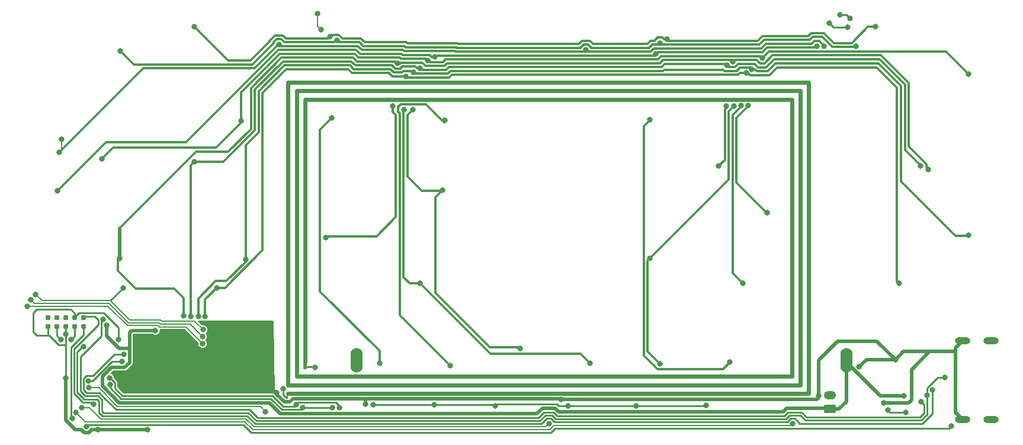
<source format=gbr>
%TF.GenerationSoftware,KiCad,Pcbnew,8.0.7*%
%TF.CreationDate,2025-03-23T00:34:43-04:00*%
%TF.ProjectId,Scoreboard,53636f72-6562-46f6-9172-642e6b696361,rev?*%
%TF.SameCoordinates,Original*%
%TF.FileFunction,Copper,L2,Bot*%
%TF.FilePolarity,Positive*%
%FSLAX46Y46*%
G04 Gerber Fmt 4.6, Leading zero omitted, Abs format (unit mm)*
G04 Created by KiCad (PCBNEW 8.0.7) date 2025-03-23 00:34:43*
%MOMM*%
%LPD*%
G01*
G04 APERTURE LIST*
G04 Aperture macros list*
%AMRoundRect*
0 Rectangle with rounded corners*
0 $1 Rounding radius*
0 $2 $3 $4 $5 $6 $7 $8 $9 X,Y pos of 4 corners*
0 Add a 4 corners polygon primitive as box body*
4,1,4,$2,$3,$4,$5,$6,$7,$8,$9,$2,$3,0*
0 Add four circle primitives for the rounded corners*
1,1,$1+$1,$2,$3*
1,1,$1+$1,$4,$5*
1,1,$1+$1,$6,$7*
1,1,$1+$1,$8,$9*
0 Add four rect primitives between the rounded corners*
20,1,$1+$1,$2,$3,$4,$5,0*
20,1,$1+$1,$4,$5,$6,$7,0*
20,1,$1+$1,$6,$7,$8,$9,0*
20,1,$1+$1,$8,$9,$2,$3,0*%
G04 Aperture macros list end*
%TA.AperFunction,EtchedComponent*%
%ADD10C,0.600000*%
%TD*%
%TA.AperFunction,SMDPad,CuDef*%
%ADD11C,0.787000*%
%TD*%
%TA.AperFunction,ComponentPad*%
%ADD12O,2.200000X1.000000*%
%TD*%
%TA.AperFunction,HeatsinkPad*%
%ADD13C,0.500000*%
%TD*%
%TA.AperFunction,HeatsinkPad*%
%ADD14R,2.900000X2.900000*%
%TD*%
%TA.AperFunction,ComponentPad*%
%ADD15O,1.760000X3.520000*%
%TD*%
%TA.AperFunction,SMDPad,CuDef*%
%ADD16R,0.600000X1.050000*%
%TD*%
%TA.AperFunction,SMDPad,CuDef*%
%ADD17R,0.250000X0.600000*%
%TD*%
%TA.AperFunction,ComponentPad*%
%ADD18RoundRect,0.250000X0.625000X-0.350000X0.625000X0.350000X-0.625000X0.350000X-0.625000X-0.350000X0*%
%TD*%
%TA.AperFunction,ComponentPad*%
%ADD19O,1.750000X1.200000*%
%TD*%
%TA.AperFunction,ViaPad*%
%ADD20C,0.800000*%
%TD*%
%TA.AperFunction,Conductor*%
%ADD21C,0.250000*%
%TD*%
%TA.AperFunction,Conductor*%
%ADD22C,0.350000*%
%TD*%
%TA.AperFunction,Conductor*%
%ADD23C,0.500000*%
%TD*%
%TA.AperFunction,Conductor*%
%ADD24C,0.200000*%
%TD*%
G04 APERTURE END LIST*
D10*
%TO.C,AE1*%
X122575000Y-154675000D02*
X122575000Y-111475000D01*
X123775000Y-153475000D02*
X123775000Y-112675000D01*
X124975000Y-151425000D02*
X124975000Y-113875000D01*
X194575000Y-113875000D02*
X124975000Y-113875000D01*
X194575000Y-153475000D02*
X123775000Y-153475000D01*
X194575000Y-153475000D02*
X194575000Y-113875000D01*
X195775000Y-112675000D02*
X123775000Y-112675000D01*
X195775000Y-154675000D02*
X122575000Y-154675000D01*
X195775000Y-154675000D02*
X195775000Y-112675000D01*
X196975000Y-111475000D02*
X122575000Y-111475000D01*
X196975000Y-155875000D02*
X122575000Y-155875000D01*
X196975000Y-155875000D02*
X196975000Y-111475000D01*
%TD*%
D11*
%TO.P,J1,1,VTref*%
%TO.N,VDD*%
X93305000Y-146360000D03*
%TO.P,J1,2,SWDIO*%
%TO.N,SWDIO*%
X92035000Y-146360000D03*
%TO.P,J1,3,GND*%
%TO.N,GND*%
X90765000Y-146360000D03*
%TO.P,J1,4,SWDCLK*%
%TO.N,SWCLK*%
X89495000Y-146360000D03*
%TO.P,J1,5,GND*%
%TO.N,GND*%
X88225000Y-146360000D03*
%TO.P,J1,6,SWO/TDO*%
%TO.N,unconnected-(J1-SWO{slash}TDO-Pad6)*%
X88225000Y-145090000D03*
%TO.P,J1,7,KEY*%
%TO.N,unconnected-(J1-KEY-Pad7)*%
X89495000Y-145090000D03*
%TO.P,J1,8,NC/TDI*%
%TO.N,unconnected-(J1-NC{slash}TDI-Pad8)*%
X90765000Y-145090000D03*
%TO.P,J1,9,GND_Detect*%
%TO.N,GND*%
X92035000Y-145090000D03*
%TO.P,J1,10,nRESET*%
%TO.N,RST*%
X93305000Y-145090000D03*
%TD*%
D12*
%TO.P,J2,S1,GND__2*%
%TO.N,GND*%
X219007500Y-159602500D03*
%TO.P,J2,S2,GND__3*%
X219007500Y-148362500D03*
%TO.P,J2,S3,GND__4*%
X223007500Y-159602500D03*
%TO.P,J2,S4,GND__5*%
X223007500Y-148362500D03*
%TD*%
D13*
%TO.P,U3,33,GND*%
%TO.N,GND*%
X104350000Y-150825000D03*
X105550000Y-150825000D03*
X106750000Y-150825000D03*
X104350000Y-149625000D03*
X105550000Y-149625000D03*
D14*
X105550000Y-149625000D03*
D13*
X106750000Y-149625000D03*
X104350000Y-148425000D03*
X105550000Y-148425000D03*
X106750000Y-148425000D03*
%TD*%
D15*
%TO.P,BT2,1,+*%
%TO.N,VBAT*%
X202350000Y-151125000D03*
%TO.P,BT2,2,-*%
%TO.N,Net-(BT1--)*%
X132350000Y-151125000D03*
%TD*%
D16*
%TO.P,AE1,1*%
%TO.N,Net-(U1-P010)*%
X124975000Y-151950000D03*
D17*
%TO.P,AE1,2*%
%TO.N,Net-(U1-P009)*%
X122425000Y-156275000D03*
%TD*%
D18*
%TO.P,BT1,1,+*%
%TO.N,VBAT*%
X199975000Y-158125000D03*
D19*
%TO.P,BT1,2,-*%
%TO.N,Net-(BT1--)*%
X199975000Y-156125000D03*
%TD*%
D20*
%TO.N,Segment_B*%
X144950000Y-116875000D03*
X145705000Y-151900000D03*
%TO.N,RED_BOTTOM*%
X152175000Y-157650000D03*
X162625000Y-157650000D03*
X172362500Y-157637500D03*
X182275000Y-157625000D03*
X134775000Y-157525000D03*
X143475000Y-157500000D03*
%TO.N,BLUE_LEFT_1*%
X98975000Y-140825000D03*
%TO.N,Segment_F*%
X174280000Y-116800000D03*
X185725000Y-151450000D03*
%TO.N,Segment_E*%
X175705000Y-151650000D03*
%TO.N,Segment_D*%
X165705000Y-151575000D03*
%TO.N,Segment_C*%
X155705000Y-149425000D03*
%TO.N,Segment_A*%
X135680000Y-151600000D03*
X128800000Y-116550000D03*
%TO.N,Segment_H*%
X198125000Y-106256955D03*
%TO.N,Segment_I*%
X199125000Y-106250000D03*
%TO.N,Segment_E*%
X214080000Y-123895305D03*
%TO.N,Segment_F*%
X203775000Y-106256955D03*
%TO.N,Segment_A*%
X206525000Y-103500000D03*
%TO.N,Segment_B*%
X219825000Y-110225000D03*
%TO.N,Segment_G*%
X213000000Y-123420000D03*
%TO.N,Segment_C*%
X219830000Y-133325000D03*
%TO.N,Segment_D*%
X209925000Y-140170000D03*
%TO.N,Segment_C*%
X191030000Y-130100000D03*
%TO.N,Segment_D*%
X187525000Y-140150000D03*
%TO.N,Segment_E*%
X174250000Y-136625000D03*
%TO.N,Segment_G*%
X184100000Y-123425000D03*
%TO.N,Segment_C*%
X188304817Y-114775000D03*
%TO.N,Segment_D*%
X187304814Y-114775000D03*
%TO.N,Segment_E*%
X186305964Y-114822996D03*
%TO.N,Segment_G*%
X185211098Y-114821846D03*
%TO.N,Segment_D*%
X188037255Y-110135140D03*
%TO.N,Segment_C*%
X188865657Y-109575000D03*
%TO.N,Segment_G*%
X185275000Y-109025000D03*
%TO.N,Segment_E*%
X186144841Y-108475000D03*
%TO.N,Segment_B*%
X190350000Y-107975000D03*
%TO.N,Segment_H*%
X175150000Y-107375000D03*
%TO.N,Segment_I*%
X165150000Y-106825000D03*
%TO.N,Segment_F*%
X175725000Y-105825000D03*
%TO.N,Segment_A*%
X176720896Y-105275000D03*
%TO.N,Segment_E*%
X138211729Y-108700000D03*
X127930000Y-133600000D03*
%TO.N,Segment_D*%
X141450000Y-140170000D03*
%TO.N,Segment_C*%
X144670000Y-126825000D03*
%TO.N,Segment_D*%
X139100000Y-115325000D03*
%TO.N,Segment_C*%
X140375979Y-115325000D03*
%TO.N,Segment_E*%
X137550000Y-114875000D03*
%TO.N,Segment_D*%
X139393309Y-110575000D03*
%TO.N,Segment_C*%
X140450000Y-109975000D03*
%TO.N,Segment_G*%
X141411527Y-109425000D03*
%TO.N,Segment_B*%
X142501780Y-108323220D03*
%TO.N,Segment_H*%
X143575000Y-107775000D03*
%TO.N,Segment_F*%
X129537017Y-105450000D03*
%TO.N,Segment_A*%
X128537014Y-104950000D03*
%TO.N,Segment_I*%
X121252355Y-106050000D03*
%TO.N,Segment_B*%
X115865000Y-116950000D03*
X95975000Y-122375000D03*
%TO.N,Segment_H*%
X89605000Y-126907347D03*
%TO.N,Segment_F*%
X98600000Y-106975000D03*
%TO.N,Segment_A*%
X109150000Y-103525000D03*
%TO.N,GND*%
X98357094Y-148172466D03*
X133625000Y-157450000D03*
X99000000Y-154350000D03*
X102434658Y-161075000D03*
X161575000Y-156775000D03*
X90800000Y-147450000D03*
X95325000Y-161075000D03*
X90800000Y-153692991D03*
X198399999Y-156224999D03*
X120975153Y-155849847D03*
X207675000Y-157275000D03*
X209368695Y-151054615D03*
X204200000Y-152074999D03*
%TO.N,VBAT*%
X210625000Y-156225000D03*
X96600500Y-146200000D03*
X103606172Y-146901090D03*
%TO.N,Net-(U1-P009)*%
X121825000Y-155200000D03*
X123739582Y-157475000D03*
X129875000Y-157925000D03*
X97067891Y-153667195D03*
%TO.N,VBUS*%
X213050000Y-157100000D03*
X99050000Y-150350000D03*
%TO.N,VDD*%
X98848347Y-151329460D03*
X91720068Y-159430691D03*
X94050000Y-154093173D03*
%TO.N,Net-(U1-P010)*%
X128874997Y-157925000D03*
X97102293Y-154666606D03*
X126425000Y-152200000D03*
X124650000Y-157925000D03*
%TO.N,RST*%
X94792281Y-157445211D03*
%TO.N,SWCLK*%
X90075000Y-148225000D03*
%TO.N,SWDIO*%
X91550000Y-148200000D03*
%TO.N,D+*%
X93301548Y-149226548D03*
X214650000Y-155425000D03*
%TO.N,D-*%
X213900000Y-156175000D03*
X216425000Y-153600000D03*
X96147644Y-145308415D03*
%TO.N,BLUE_LEFT_1*%
X86475000Y-141725000D03*
X110405677Y-146785883D03*
%TO.N,GREEN_LEFT_1*%
X85775000Y-142525000D03*
X110371107Y-147785288D03*
%TO.N,Segment_I*%
X89850000Y-121450000D03*
X90200000Y-119600000D03*
%TO.N,RED_LEFT_1*%
X85275000Y-143425000D03*
X110375250Y-148785281D03*
%TO.N,GREEN_RIGHT_2*%
X202869302Y-102294302D03*
X201436651Y-101836345D03*
%TO.N,BLUE_RIGHT_2*%
X199889402Y-102976104D03*
X202581955Y-103606955D03*
%TO.N,Segment_C*%
X116500000Y-136750000D03*
X109724997Y-144875000D03*
%TO.N,BLUE_LEFT_2*%
X127255000Y-103875000D03*
X126756802Y-101595100D03*
%TO.N,Segment_D*%
X112400000Y-140790000D03*
X110725000Y-144875000D03*
%TO.N,Segment_E*%
X107639296Y-144804968D03*
X98500000Y-136600000D03*
%TO.N,Segment_G*%
X109200000Y-122800000D03*
X108662145Y-144875000D03*
%TO.N,Net-(Q5-G)*%
X210850000Y-158575000D03*
X208275000Y-158250000D03*
%TO.N,Net-(U1-P030)*%
X119350000Y-158500000D03*
X94092281Y-155092281D03*
%TO.N,Net-(U1-P029)*%
X93097698Y-157895211D03*
X159850000Y-160200000D03*
%TO.N,Net-(U1-P003)*%
X194700001Y-160200000D03*
X92269593Y-158595211D03*
%TO.N,Net-(U1-P002)*%
X93774479Y-160649480D03*
X217375000Y-160550000D03*
%TD*%
D21*
%TO.N,Net-(U1-P009)*%
X122275000Y-156500000D02*
X122425000Y-156500000D01*
X121825000Y-156050000D02*
X122275000Y-156500000D01*
X121825000Y-155200000D02*
X121825000Y-156050000D01*
%TO.N,Net-(U1-P010)*%
X126275000Y-152050000D02*
X124975000Y-152050000D01*
X126425000Y-152200000D02*
X126275000Y-152050000D01*
D22*
%TO.N,Segment_D*%
X113556016Y-140790000D02*
X112400000Y-140790000D01*
X118925000Y-135421016D02*
X113556016Y-140790000D01*
X118925000Y-112947544D02*
X118925000Y-135421016D01*
X131724939Y-110125000D02*
X131174939Y-109575000D01*
X122297544Y-109575000D02*
X118925000Y-112947544D01*
X131174939Y-109575000D02*
X122297544Y-109575000D01*
X137435078Y-110575000D02*
X136985078Y-110125000D01*
X139393309Y-110575000D02*
X137435078Y-110575000D01*
X136985078Y-110125000D02*
X131724939Y-110125000D01*
%TO.N,Segment_C*%
X116500000Y-120430636D02*
X116500000Y-136750000D01*
X118375000Y-118555636D02*
X116500000Y-120430636D01*
X122069726Y-109025000D02*
X118375000Y-112719726D01*
X118375000Y-112719726D02*
X118375000Y-118555636D01*
X131402757Y-109025000D02*
X122069726Y-109025000D01*
X137662895Y-110025000D02*
X137212895Y-109575000D01*
X131952757Y-109575000D02*
X131402757Y-109025000D01*
X138847293Y-110025000D02*
X137662895Y-110025000D01*
X137212895Y-109575000D02*
X131952757Y-109575000D01*
X139072293Y-109800000D02*
X138847293Y-110025000D01*
X140450000Y-109975000D02*
X140275000Y-109800000D01*
X140275000Y-109800000D02*
X139072293Y-109800000D01*
%TO.N,Segment_G*%
X113352818Y-122800000D02*
X109200000Y-122800000D01*
X117825000Y-112491908D02*
X117825000Y-118327818D01*
X121841908Y-108475000D02*
X117825000Y-112491908D01*
X131630575Y-108475000D02*
X121841908Y-108475000D01*
X137440713Y-109025000D02*
X132180575Y-109025000D01*
X138619475Y-109475000D02*
X137890713Y-109475000D01*
X137890713Y-109475000D02*
X137440713Y-109025000D01*
X138894475Y-109200000D02*
X138619475Y-109475000D01*
X132180575Y-109025000D02*
X131630575Y-108475000D01*
X117825000Y-118327818D02*
X113352818Y-122800000D01*
X140996016Y-109425000D02*
X140771016Y-109200000D01*
X140771016Y-109200000D02*
X138894475Y-109200000D01*
X141411527Y-109425000D02*
X140996016Y-109425000D01*
%TO.N,Segment_E*%
X109447918Y-121350000D02*
X98500000Y-132297918D01*
X117275000Y-118100000D02*
X114025000Y-121350000D01*
X117275000Y-112264090D02*
X117275000Y-118100000D01*
X131858393Y-107925000D02*
X121614090Y-107925000D01*
X114025000Y-121350000D02*
X109447918Y-121350000D01*
X132408393Y-108475000D02*
X131858393Y-107925000D01*
X121614090Y-107925000D02*
X117275000Y-112264090D01*
X138211729Y-108700000D02*
X137986729Y-108475000D01*
X137986729Y-108475000D02*
X132408393Y-108475000D01*
%TO.N,Segment_B*%
X132086213Y-107375000D02*
X121386272Y-107375000D01*
X132636213Y-107925000D02*
X132086213Y-107375000D01*
X115865000Y-112896272D02*
X115865000Y-116950000D01*
X138532745Y-107925000D02*
X132636213Y-107925000D01*
X142278560Y-108100000D02*
X138707745Y-108100000D01*
X142501780Y-108323220D02*
X142278560Y-108100000D01*
X138707745Y-108100000D02*
X138532745Y-107925000D01*
X121386272Y-107375000D02*
X115865000Y-112896272D01*
D21*
%TO.N,D+*%
X213247792Y-160200000D02*
X214650000Y-158797792D01*
X214650000Y-158797792D02*
X214650000Y-155425000D01*
X195725306Y-160200000D02*
X213247792Y-160200000D01*
X195000306Y-159475000D02*
X195725306Y-160200000D01*
X194399696Y-159475000D02*
X195000306Y-159475000D01*
X193899696Y-159975000D02*
X194399696Y-159475000D01*
X160650305Y-159975000D02*
X193899696Y-159975000D01*
X160150305Y-159475000D02*
X160650305Y-159975000D01*
X158749695Y-160250000D02*
X159524695Y-159475000D01*
X116701903Y-159100000D02*
X117851903Y-160250000D01*
X96000000Y-159100000D02*
X116701903Y-159100000D01*
X117851903Y-160250000D02*
X158749695Y-160250000D01*
X95517281Y-158617281D02*
X96000000Y-159100000D01*
X159524695Y-159475000D02*
X160150305Y-159475000D01*
X93602930Y-156720211D02*
X95245516Y-156720211D01*
X95517281Y-156991976D02*
X95517281Y-158617281D01*
X93600000Y-156717281D02*
X93602930Y-156720211D01*
X93419184Y-156717281D02*
X93600000Y-156717281D01*
X92425000Y-155723097D02*
X93419184Y-156717281D01*
X95245516Y-156720211D02*
X95517281Y-156991976D01*
X92425000Y-149975000D02*
X92425000Y-155723097D01*
X93173452Y-149226548D02*
X92425000Y-149975000D01*
X93301548Y-149226548D02*
X93173452Y-149226548D01*
%TO.N,VBUS*%
X213450000Y-158725000D02*
X213450000Y-157500000D01*
X196697792Y-159300000D02*
X212875000Y-159300000D01*
X212875000Y-159300000D02*
X213450000Y-158725000D01*
X194026904Y-158575000D02*
X195972792Y-158575000D01*
X195972792Y-158575000D02*
X196697792Y-159300000D01*
X161023097Y-159075000D02*
X193526904Y-159075000D01*
X160523097Y-158575000D02*
X161023097Y-159075000D01*
X158376903Y-159350000D02*
X159151903Y-158575000D01*
X117074695Y-158200000D02*
X118224695Y-159350000D01*
X97998098Y-158200000D02*
X117074695Y-158200000D01*
X213450000Y-157500000D02*
X213050000Y-157100000D01*
X96417282Y-156619184D02*
X97998098Y-158200000D01*
X118224695Y-159350000D02*
X158376903Y-159350000D01*
X95615378Y-155817281D02*
X96417282Y-156619184D01*
X159151903Y-158575000D02*
X160523097Y-158575000D01*
X93325000Y-155350305D02*
X93791976Y-155817281D01*
X193526904Y-159075000D02*
X194026904Y-158575000D01*
X93749695Y-153368173D02*
X93325000Y-153792868D01*
X93325000Y-153792868D02*
X93325000Y-155350305D01*
X94682259Y-153368173D02*
X93749695Y-153368173D01*
X97700432Y-150350000D02*
X94682259Y-153368173D01*
X93791976Y-155817281D02*
X95615378Y-155817281D01*
X99050000Y-150350000D02*
X97700432Y-150350000D01*
D23*
%TO.N,GND*%
X211675000Y-152500000D02*
X214250000Y-149925000D01*
X207700000Y-157250000D02*
X211250000Y-157250000D01*
X207675000Y-157275000D02*
X207700000Y-157250000D01*
X211250000Y-157250000D02*
X211675000Y-156825000D01*
X211675000Y-156825000D02*
X211675000Y-152500000D01*
D22*
%TO.N,Segment_E*%
X135225000Y-133425000D02*
X127950000Y-133425000D01*
X137985653Y-130664347D02*
X135225000Y-133425000D01*
X137985653Y-116084486D02*
X137985653Y-130664347D01*
X137550000Y-114875000D02*
X137550000Y-115648833D01*
X137550000Y-115648833D02*
X137985653Y-116084486D01*
%TO.N,Segment_B*%
X138535653Y-144730653D02*
X145705000Y-151900000D01*
X138535653Y-115856669D02*
X138535653Y-144730653D01*
X138325000Y-115646016D02*
X138535653Y-115856669D01*
X138325000Y-114900000D02*
X138325000Y-115646016D01*
X138675000Y-114550000D02*
X138325000Y-114900000D01*
X144575000Y-116875000D02*
X142250000Y-114550000D01*
X144950000Y-116875000D02*
X144575000Y-116875000D01*
X142250000Y-114550000D02*
X138675000Y-114550000D01*
%TO.N,Segment_D*%
X139975000Y-140175000D02*
X141350000Y-140175000D01*
X139085653Y-139285653D02*
X139975000Y-140175000D01*
X139085653Y-115339347D02*
X139085653Y-139285653D01*
X139100000Y-115325000D02*
X139085653Y-115339347D01*
%TO.N,Segment_C*%
X139635653Y-116065326D02*
X139635653Y-124885653D01*
X140375979Y-115325000D02*
X139635653Y-116065326D01*
X141650000Y-126900000D02*
X144675000Y-126900000D01*
X139635653Y-124885653D02*
X141650000Y-126900000D01*
%TO.N,Segment_B*%
X144950000Y-117000000D02*
X144825000Y-117125000D01*
X144950000Y-116875000D02*
X144950000Y-117000000D01*
D21*
%TO.N,RED_BOTTOM*%
X182262500Y-157637500D02*
X182275000Y-157625000D01*
X172362500Y-157637500D02*
X182262500Y-157637500D01*
X172350000Y-157650000D02*
X172362500Y-157637500D01*
X162625000Y-157650000D02*
X172350000Y-157650000D01*
X161224442Y-157650000D02*
X162625000Y-157650000D01*
X160999442Y-157425000D02*
X161224442Y-157650000D01*
X152400000Y-157425000D02*
X160999442Y-157425000D01*
X152175000Y-157650000D02*
X152400000Y-157425000D01*
D23*
%TO.N,GND*%
X161425000Y-156625000D02*
X135425000Y-156625000D01*
X161575000Y-156775000D02*
X161425000Y-156625000D01*
X198399999Y-156525001D02*
X198399999Y-156224999D01*
X161575000Y-156775000D02*
X198150000Y-156775000D01*
X198150000Y-156775000D02*
X198399999Y-156525001D01*
D21*
%TO.N,RED_BOTTOM*%
X143475000Y-157500000D02*
X152025000Y-157500000D01*
X152025000Y-157500000D02*
X152175000Y-157650000D01*
D23*
%TO.N,VBAT*%
X199850000Y-158000000D02*
X199975000Y-158125000D01*
X193288731Y-158500000D02*
X193788731Y-158000000D01*
X161261269Y-158500000D02*
X193288731Y-158500000D01*
X193788731Y-158000000D02*
X199850000Y-158000000D01*
X158913731Y-158000000D02*
X160761269Y-158000000D01*
X158138731Y-158775000D02*
X158913731Y-158000000D01*
X160761269Y-158000000D02*
X161261269Y-158500000D01*
X121425431Y-158775000D02*
X158138731Y-158775000D01*
X119875431Y-157225000D02*
X121425431Y-158775000D01*
X96050000Y-154825000D02*
X98450000Y-157225000D01*
X96050000Y-153450000D02*
X96050000Y-154825000D01*
X99200429Y-152179460D02*
X97320540Y-152179460D01*
X99901041Y-151478848D02*
X99200429Y-152179460D01*
X97320540Y-152179460D02*
X96050000Y-153450000D01*
X99901041Y-149450000D02*
X99901041Y-151478848D01*
X98450000Y-157225000D02*
X119875431Y-157225000D01*
D21*
%TO.N,D-*%
X196511396Y-159750000D02*
X213061396Y-159750000D01*
X194213300Y-159025000D02*
X195786396Y-159025000D01*
X213900000Y-158911396D02*
X213900000Y-156175000D01*
X193713300Y-159525000D02*
X194213300Y-159025000D01*
X160336701Y-159025000D02*
X160836701Y-159525000D01*
X213061396Y-159750000D02*
X213900000Y-158911396D01*
X158563299Y-159800000D02*
X159338299Y-159025000D01*
X116888299Y-158650000D02*
X118038299Y-159800000D01*
X96186396Y-158650000D02*
X116888299Y-158650000D01*
X159338299Y-159025000D02*
X160336701Y-159025000D01*
X95967281Y-156805580D02*
X95967281Y-158430885D01*
X95967281Y-158430885D02*
X96186396Y-158650000D01*
X95431912Y-156270211D02*
X95967281Y-156805580D01*
X118038299Y-159800000D02*
X158563299Y-159800000D01*
X93850000Y-156267281D02*
X93850000Y-156270211D01*
X93605580Y-156267281D02*
X93850000Y-156267281D01*
X92875000Y-155536701D02*
X93605580Y-156267281D01*
X95875500Y-147677901D02*
X92875000Y-150678401D01*
X95875500Y-145580559D02*
X95875500Y-147677901D01*
X160836701Y-159525000D02*
X193713300Y-159525000D01*
X93850000Y-156270211D02*
X95431912Y-156270211D01*
X195786396Y-159025000D02*
X196511396Y-159750000D01*
X92875000Y-150678401D02*
X92875000Y-155536701D01*
X96147644Y-145308415D02*
X95875500Y-145580559D01*
D24*
%TO.N,Net-(U1-P003)*%
X116360177Y-159925000D02*
X93599382Y-159925000D01*
X159964950Y-161075000D02*
X117510177Y-161075000D01*
X117510177Y-161075000D02*
X116360177Y-159925000D01*
X160539950Y-160500000D02*
X159964950Y-161075000D01*
X93599382Y-159925000D02*
X92269593Y-158595211D01*
X194400001Y-160500000D02*
X160539950Y-160500000D01*
X194700001Y-160200000D02*
X194400001Y-160500000D01*
D21*
%TO.N,RED_BOTTOM*%
X143450000Y-157525000D02*
X143475000Y-157500000D01*
X134775000Y-157525000D02*
X143450000Y-157525000D01*
D23*
%TO.N,GND*%
X133625000Y-156850000D02*
X133850000Y-156625000D01*
X133850000Y-156625000D02*
X135425000Y-156625000D01*
X133625000Y-157450000D02*
X133625000Y-156850000D01*
D21*
%TO.N,BLUE_LEFT_1*%
X98975000Y-140825000D02*
X97175000Y-142625000D01*
D23*
%TO.N,GND*%
X90800000Y-159712705D02*
X90800000Y-153692991D01*
X92162295Y-161075000D02*
X90800000Y-159712705D01*
X93422397Y-161499480D02*
X92997917Y-161075000D01*
X94126561Y-161499480D02*
X93422397Y-161499480D01*
X92997917Y-161075000D02*
X92162295Y-161075000D01*
X94551041Y-161075000D02*
X94126561Y-161499480D01*
X95325000Y-161075000D02*
X94551041Y-161075000D01*
D21*
%TO.N,Net-(U1-P002)*%
X217000000Y-160925000D02*
X217375000Y-160550000D01*
X160715990Y-160925000D02*
X217000000Y-160925000D01*
X160140990Y-161500000D02*
X160715990Y-160925000D01*
X117334137Y-161500000D02*
X160140990Y-161500000D01*
X116184137Y-160350000D02*
X117334137Y-161500000D01*
X93774479Y-160649480D02*
X94073959Y-160350000D01*
X94073959Y-160350000D02*
X116184137Y-160350000D01*
D22*
%TO.N,Segment_C*%
X151382818Y-149325000D02*
X155675000Y-149325000D01*
X143600000Y-141542182D02*
X151382818Y-149325000D01*
X144670000Y-126825000D02*
X143600000Y-127895000D01*
X143600000Y-127895000D02*
X143600000Y-141542182D01*
%TO.N,Segment_E*%
X173950000Y-136925000D02*
X174250000Y-136625000D01*
X173950000Y-149895000D02*
X173950000Y-136925000D01*
X175705000Y-151650000D02*
X173950000Y-149895000D01*
%TO.N,Segment_F*%
X173400000Y-117725000D02*
X174275000Y-116850000D01*
X173400000Y-150441016D02*
X173400000Y-117725000D01*
X184750000Y-152425000D02*
X175383984Y-152425000D01*
X175383984Y-152425000D02*
X173400000Y-150441016D01*
X185725000Y-151450000D02*
X184750000Y-152425000D01*
%TO.N,Segment_D*%
X151480000Y-150200000D02*
X141450000Y-140170000D01*
X164330000Y-150200000D02*
X151480000Y-150200000D01*
X165705000Y-151575000D02*
X164330000Y-150200000D01*
X165705000Y-151575000D02*
X165705000Y-151445000D01*
%TO.N,Segment_A*%
X135650000Y-151570000D02*
X135680000Y-151600000D01*
X135650000Y-149825000D02*
X135650000Y-151570000D01*
X127155000Y-118195000D02*
X127155000Y-141330000D01*
X127155000Y-141330000D02*
X135650000Y-149825000D01*
X128800000Y-116550000D02*
X127155000Y-118195000D01*
%TO.N,Segment_H*%
X96509529Y-120002818D02*
X89605000Y-126907347D01*
X107980636Y-120002818D02*
X96509529Y-120002818D01*
X121158454Y-106825000D02*
X107980636Y-120002818D01*
X132314030Y-106825000D02*
X121158454Y-106825000D01*
X138935563Y-107550000D02*
X138760563Y-107375000D01*
X142180764Y-107548220D02*
X142178984Y-107550000D01*
X132864030Y-107375000D02*
X132314030Y-106825000D01*
X142822796Y-107548220D02*
X142180764Y-107548220D01*
X143049576Y-107775000D02*
X142822796Y-107548220D01*
X138760563Y-107375000D02*
X132864030Y-107375000D01*
X142178984Y-107550000D02*
X138935563Y-107550000D01*
X143575000Y-107775000D02*
X143049576Y-107775000D01*
%TO.N,Segment_I*%
X139163381Y-107000000D02*
X138988381Y-106825000D01*
X141951167Y-107000000D02*
X139163381Y-107000000D01*
X138988381Y-106825000D02*
X133091847Y-106825000D01*
X121477355Y-106275000D02*
X121252355Y-106050000D01*
X146479193Y-107050000D02*
X146427413Y-106998220D01*
X133091847Y-106825000D02*
X132541847Y-106275000D01*
X146427413Y-106998220D02*
X141952947Y-106998220D01*
X164925000Y-107050000D02*
X146479193Y-107050000D01*
X165150000Y-106825000D02*
X164925000Y-107050000D01*
X141952947Y-106998220D02*
X141951167Y-107000000D01*
X132541847Y-106275000D02*
X121477355Y-106275000D01*
%TO.N,Segment_F*%
X139216199Y-106275000D02*
X133319665Y-106275000D01*
X139391199Y-106450000D02*
X139216199Y-106275000D01*
X141723350Y-106450000D02*
X139391199Y-106450000D01*
X129812017Y-105725000D02*
X129537017Y-105450000D01*
X146655231Y-106448220D02*
X141725130Y-106448220D01*
X132769665Y-105725000D02*
X129812017Y-105725000D01*
X146707011Y-106500000D02*
X146655231Y-106448220D01*
X164828984Y-106050000D02*
X164378984Y-106500000D01*
X133319665Y-106275000D02*
X132769665Y-105725000D01*
X164378984Y-106500000D02*
X146707011Y-106500000D01*
X165471016Y-106050000D02*
X164828984Y-106050000D01*
X165921016Y-106500000D02*
X165471016Y-106050000D01*
X174601166Y-106050000D02*
X174151166Y-106500000D01*
X141725130Y-106448220D02*
X141723350Y-106450000D01*
X175500000Y-106050000D02*
X174601166Y-106050000D01*
X175725000Y-105825000D02*
X175500000Y-106050000D01*
X174151166Y-106500000D02*
X165921016Y-106500000D01*
%TO.N,Segment_A*%
X176271016Y-105275000D02*
X176720896Y-105275000D01*
X175403984Y-105050000D02*
X176046016Y-105050000D01*
X174953984Y-105500000D02*
X175403984Y-105050000D01*
X174373348Y-105500000D02*
X174953984Y-105500000D01*
X166148834Y-105950000D02*
X173923348Y-105950000D01*
X173923348Y-105950000D02*
X174373348Y-105500000D01*
X164601167Y-105500000D02*
X165698834Y-105500000D01*
X164151167Y-105950000D02*
X164601167Y-105500000D01*
X146883049Y-105898220D02*
X146934829Y-105950000D01*
X141497313Y-105898220D02*
X146883049Y-105898220D01*
X176046016Y-105050000D02*
X176271016Y-105275000D01*
X141495533Y-105900000D02*
X141497313Y-105898220D01*
X146934829Y-105950000D02*
X164151167Y-105950000D01*
X139619017Y-105900000D02*
X141495533Y-105900000D01*
X139444017Y-105725000D02*
X139619017Y-105900000D01*
X132997483Y-105175000D02*
X133547483Y-105725000D01*
X130358033Y-105175000D02*
X132997483Y-105175000D01*
X128812014Y-104675000D02*
X129858033Y-104675000D01*
X133547483Y-105725000D02*
X139444017Y-105725000D01*
X165698834Y-105500000D02*
X166148834Y-105950000D01*
X128537014Y-104950000D02*
X128812014Y-104675000D01*
X129858033Y-104675000D02*
X130358033Y-105175000D01*
X113950000Y-108325000D02*
X109150000Y-103525000D01*
X117247182Y-108325000D02*
X113950000Y-108325000D01*
X119927355Y-105501166D02*
X119927355Y-105644827D01*
X120703521Y-104725000D02*
X119927355Y-105501166D01*
X128537014Y-104950000D02*
X128312014Y-105175000D01*
X122251188Y-105175000D02*
X121801188Y-104725000D01*
X119927355Y-105644827D02*
X117247182Y-108325000D01*
X128312014Y-105175000D02*
X122251188Y-105175000D01*
X121801188Y-104725000D02*
X120703521Y-104725000D01*
%TO.N,Segment_F*%
X117475000Y-108875000D02*
X100500000Y-108875000D01*
X120477355Y-105872645D02*
X117475000Y-108875000D01*
X120477355Y-105728984D02*
X120477355Y-105872645D01*
X120931339Y-105275000D02*
X120477355Y-105728984D01*
X100500000Y-108875000D02*
X98600000Y-106975000D01*
X121573371Y-105275000D02*
X120931339Y-105275000D01*
X122023371Y-105725000D02*
X121573371Y-105275000D01*
X129262017Y-105725000D02*
X122023371Y-105725000D01*
X129537017Y-105450000D02*
X129262017Y-105725000D01*
%TO.N,Segment_I*%
X199125000Y-106160939D02*
X199125000Y-106250000D01*
X198446016Y-105481955D02*
X199125000Y-106160939D01*
X197803984Y-105481955D02*
X198446016Y-105481955D01*
X197353984Y-105931955D02*
X197803984Y-105481955D01*
X190837409Y-105931955D02*
X197353984Y-105931955D01*
X174828984Y-106600000D02*
X190169364Y-106600000D01*
X174378984Y-107050000D02*
X174828984Y-106600000D01*
X165150000Y-106825000D02*
X165375000Y-107050000D01*
X165375000Y-107050000D02*
X174378984Y-107050000D01*
X190169364Y-106600000D02*
X190837409Y-105931955D01*
%TO.N,Segment_H*%
X143750000Y-107600000D02*
X174925000Y-107600000D01*
X174925000Y-107600000D02*
X175150000Y-107375000D01*
X143575000Y-107775000D02*
X143750000Y-107600000D01*
%TO.N,Segment_B*%
X175921016Y-107700000D02*
X190075000Y-107700000D01*
X145101015Y-108150000D02*
X175471016Y-108150000D01*
X175471016Y-108150000D02*
X175921016Y-107700000D01*
X144701015Y-108550000D02*
X145101015Y-108150000D01*
X190075000Y-107700000D02*
X190350000Y-107975000D01*
X142635764Y-108323220D02*
X142862544Y-108550000D01*
X142862544Y-108550000D02*
X144701015Y-108550000D01*
X142501780Y-108323220D02*
X142635764Y-108323220D01*
%TO.N,Segment_E*%
X185919841Y-108250000D02*
X186144841Y-108475000D01*
X176148833Y-108250000D02*
X185919841Y-108250000D01*
X175698833Y-108700000D02*
X176148833Y-108250000D01*
X144928833Y-109100000D02*
X145328833Y-108700000D01*
X142182543Y-109100000D02*
X144928833Y-109100000D01*
X141732543Y-108650000D02*
X142182543Y-109100000D01*
X145328833Y-108700000D02*
X175698833Y-108700000D01*
X138666657Y-108650000D02*
X141732543Y-108650000D01*
X138211729Y-108700000D02*
X138616657Y-108700000D01*
X138616657Y-108700000D02*
X138666657Y-108650000D01*
%TO.N,Segment_A*%
X203110939Y-105825000D02*
X205435939Y-103500000D01*
X199130789Y-104381955D02*
X200573834Y-105825000D01*
X197348348Y-104381955D02*
X199130789Y-104381955D01*
X196898348Y-104831955D02*
X197348348Y-104381955D01*
X189713728Y-105500000D02*
X190381773Y-104831955D01*
X190381773Y-104831955D02*
X196898348Y-104831955D01*
X200573834Y-105825000D02*
X203110939Y-105825000D01*
X176720896Y-105275000D02*
X176945896Y-105500000D01*
X176945896Y-105500000D02*
X189713728Y-105500000D01*
X205435939Y-103500000D02*
X206525000Y-103500000D01*
%TO.N,Segment_F*%
X175950000Y-106050000D02*
X175725000Y-105825000D01*
X189941546Y-106050000D02*
X175950000Y-106050000D01*
X198902971Y-104931955D02*
X197576166Y-104931955D01*
X200346016Y-106375000D02*
X198902971Y-104931955D01*
X197126166Y-105381955D02*
X190609591Y-105381955D01*
X203775000Y-106256955D02*
X203656955Y-106375000D01*
X203656955Y-106375000D02*
X200346016Y-106375000D01*
X197576166Y-104931955D02*
X197126166Y-105381955D01*
X190609591Y-105381955D02*
X189941546Y-106050000D01*
%TO.N,Segment_H*%
X175375000Y-107150000D02*
X175150000Y-107375000D01*
X191065227Y-106481955D02*
X190397182Y-107150000D01*
X190397182Y-107150000D02*
X175375000Y-107150000D01*
X197900000Y-106481955D02*
X191065227Y-106481955D01*
X198125000Y-106256955D02*
X197900000Y-106481955D01*
%TO.N,Segment_B*%
X216631955Y-107031955D02*
X219825000Y-110225000D01*
X191293045Y-107031955D02*
X216631955Y-107031955D01*
X190350000Y-107975000D02*
X191293045Y-107031955D01*
%TO.N,Segment_G*%
X185050000Y-108800000D02*
X185275000Y-109025000D01*
X176376650Y-108800000D02*
X185050000Y-108800000D01*
X145556650Y-109250000D02*
X175926650Y-109250000D01*
X175926650Y-109250000D02*
X176376650Y-108800000D01*
X145156650Y-109650000D02*
X145556650Y-109250000D01*
X141636527Y-109650000D02*
X145156650Y-109650000D01*
X141411527Y-109425000D02*
X141636527Y-109650000D01*
%TO.N,Segment_C*%
X188640657Y-109350000D02*
X188865657Y-109575000D01*
X187143674Y-109350000D02*
X188640657Y-109350000D01*
X184953984Y-109800000D02*
X186693674Y-109800000D01*
X186693674Y-109800000D02*
X187143674Y-109350000D01*
X184803984Y-109650000D02*
X184953984Y-109800000D01*
X176304467Y-109650000D02*
X184803984Y-109650000D01*
X145784468Y-109800000D02*
X176154467Y-109800000D01*
X145384468Y-110200000D02*
X145784468Y-109800000D01*
X140450000Y-109975000D02*
X140675000Y-110200000D01*
X140675000Y-110200000D02*
X145384468Y-110200000D01*
X176154467Y-109800000D02*
X176304467Y-109650000D01*
%TO.N,Segment_D*%
X187136351Y-110135140D02*
X188037255Y-110135140D01*
X186921491Y-110350000D02*
X187136351Y-110135140D01*
X146012286Y-110350000D02*
X186921491Y-110350000D01*
X145612286Y-110750000D02*
X146012286Y-110350000D01*
X139568309Y-110750000D02*
X145612286Y-110750000D01*
X139393309Y-110575000D02*
X139568309Y-110750000D01*
%TO.N,Segment_C*%
X186650000Y-125750000D02*
X191025000Y-130125000D01*
X186650000Y-116525830D02*
X186650000Y-125750000D01*
X188304817Y-114871013D02*
X186650000Y-116525830D01*
X188304817Y-114775000D02*
X188304817Y-114871013D01*
%TO.N,Segment_D*%
X186100000Y-116124976D02*
X186100000Y-138700000D01*
X187304814Y-114920162D02*
X186100000Y-116124976D01*
X187304814Y-114775000D02*
X187304814Y-114920162D01*
X186100000Y-138700000D02*
X187525000Y-140125000D01*
%TO.N,Segment_G*%
X185211098Y-115140044D02*
X185000000Y-115351142D01*
X185211098Y-114821846D02*
X185211098Y-115140044D01*
X185000000Y-115351142D02*
X185000000Y-122550000D01*
X185000000Y-122550000D02*
X184125000Y-123425000D01*
%TO.N,Segment_E*%
X185550000Y-125325000D02*
X174250000Y-136625000D01*
X185550000Y-115578960D02*
X185550000Y-125325000D01*
X186305964Y-114822996D02*
X185550000Y-115578960D01*
%TO.N,Segment_D*%
X209575000Y-139900000D02*
X209825000Y-140150000D01*
X206700000Y-109300000D02*
X209575000Y-112175000D01*
X209575000Y-112175000D02*
X209575000Y-139900000D01*
X192454470Y-109300000D02*
X206700000Y-109300000D01*
X191354470Y-110400000D02*
X192454470Y-109300000D01*
X188329781Y-110135140D02*
X188594641Y-110400000D01*
X188037255Y-110135140D02*
X188329781Y-110135140D01*
X188594641Y-110400000D02*
X191354470Y-110400000D01*
%TO.N,Segment_C*%
X217975000Y-133400000D02*
X219775000Y-133400000D01*
X210175000Y-111997182D02*
X210175000Y-125600000D01*
X210175000Y-125600000D02*
X217975000Y-133400000D01*
X206927818Y-108750000D02*
X210175000Y-111997182D01*
X189298348Y-109575000D02*
X189573348Y-109850000D01*
X191126652Y-109850000D02*
X192226652Y-108750000D01*
X192226652Y-108750000D02*
X206927818Y-108750000D01*
X188865657Y-109575000D02*
X189298348Y-109575000D01*
X189573348Y-109850000D02*
X191126652Y-109850000D01*
%TO.N,Segment_G*%
X210725000Y-121075000D02*
X213025000Y-123375000D01*
X210725000Y-111750000D02*
X210725000Y-121075000D01*
X189801166Y-109300000D02*
X190898834Y-109300000D01*
X189301166Y-108800000D02*
X189801166Y-109300000D01*
X186915857Y-108800000D02*
X189301166Y-108800000D01*
X192023834Y-108175000D02*
X207150000Y-108175000D01*
X185500000Y-109250000D02*
X186465857Y-109250000D01*
X186465857Y-109250000D02*
X186915857Y-108800000D01*
X190898834Y-109300000D02*
X192023834Y-108175000D01*
X185275000Y-109025000D02*
X185500000Y-109250000D01*
X207150000Y-108175000D02*
X210725000Y-111750000D01*
%TO.N,Segment_E*%
X186369841Y-108250000D02*
X186144841Y-108475000D01*
X190028984Y-108750000D02*
X189528984Y-108250000D01*
X190671016Y-108750000D02*
X190028984Y-108750000D01*
X191839061Y-107581955D02*
X190671016Y-108750000D01*
X207334773Y-107581955D02*
X191839061Y-107581955D01*
X211275000Y-120598984D02*
X211275000Y-111522182D01*
X213775000Y-123098984D02*
X211275000Y-120598984D01*
X189528984Y-108250000D02*
X186369841Y-108250000D01*
X211275000Y-111522182D02*
X207334773Y-107581955D01*
X213775000Y-123590305D02*
X213775000Y-123098984D01*
X214080000Y-123895305D02*
X213775000Y-123590305D01*
%TO.N,Segment_B*%
X219825000Y-110225000D02*
X219850000Y-110225000D01*
%TO.N,Segment_I*%
X101875000Y-109425000D02*
X89850000Y-121450000D01*
X117780636Y-109425000D02*
X101875000Y-109425000D01*
X121155636Y-106050000D02*
X117780636Y-109425000D01*
X121252355Y-106050000D02*
X121155636Y-106050000D01*
%TO.N,Segment_C*%
X113718198Y-139850000D02*
X116500000Y-137068198D01*
X112243984Y-139850000D02*
X113718198Y-139850000D01*
X109724997Y-142368987D02*
X112243984Y-139850000D01*
X109724997Y-144875000D02*
X109724997Y-142368987D01*
X116500000Y-137068198D02*
X116500000Y-136750000D01*
%TO.N,Segment_D*%
X110725000Y-142465000D02*
X112400000Y-140790000D01*
X110725000Y-144875000D02*
X110725000Y-142465000D01*
%TO.N,Segment_G*%
X108662145Y-144875000D02*
X108662145Y-123337855D01*
X108662145Y-123337855D02*
X109200000Y-122800000D01*
%TO.N,Segment_E*%
X100775000Y-140900000D02*
X98250000Y-138375000D01*
X106300000Y-140900000D02*
X100775000Y-140900000D01*
X98250000Y-138375000D02*
X98250000Y-136850000D01*
X107639296Y-142239296D02*
X106300000Y-140900000D01*
X98250000Y-136850000D02*
X98500000Y-136600000D01*
X107639296Y-144804968D02*
X107639296Y-142239296D01*
%TO.N,Segment_B*%
X97550000Y-120800000D02*
X112275000Y-120800000D01*
X112275000Y-120800000D02*
X115865000Y-117210000D01*
X95975000Y-122375000D02*
X97550000Y-120800000D01*
D24*
%TO.N,BLUE_LEFT_1*%
X104500000Y-145575000D02*
X109194794Y-145575000D01*
X99907462Y-145401090D02*
X104326090Y-145401090D01*
X104326090Y-145401090D02*
X104500000Y-145575000D01*
X97131372Y-142625000D02*
X99907462Y-145401090D01*
X87375000Y-142625000D02*
X97131372Y-142625000D01*
X86475000Y-141725000D02*
X87375000Y-142625000D01*
X109194794Y-145575000D02*
X110405677Y-146785883D01*
%TO.N,GREEN_LEFT_1*%
X108560819Y-145975000D02*
X110371107Y-147785288D01*
X104334315Y-145975000D02*
X108560819Y-145975000D01*
X96990686Y-143050000D02*
X99515686Y-145575000D01*
X87664515Y-143050000D02*
X96990686Y-143050000D01*
X104160405Y-145801090D02*
X104334315Y-145975000D01*
X87639515Y-143025000D02*
X87664515Y-143050000D01*
X99515686Y-145575000D02*
X99741777Y-145801090D01*
X86275000Y-143025000D02*
X87639515Y-143025000D01*
X99741777Y-145801090D02*
X104160405Y-145801090D01*
X85775000Y-142525000D02*
X86275000Y-143025000D01*
%TO.N,RED_LEFT_1*%
X107964969Y-146375000D02*
X110375250Y-148785281D01*
X103994720Y-146201090D02*
X104168630Y-146375000D01*
X99576090Y-146201090D02*
X103994720Y-146201090D01*
X96825000Y-143450000D02*
X99576090Y-146201090D01*
X87473830Y-143425000D02*
X87498830Y-143450000D01*
X87498830Y-143450000D02*
X96825000Y-143450000D01*
X85275000Y-143425000D02*
X87473830Y-143425000D01*
X104168630Y-146375000D02*
X107964969Y-146375000D01*
D23*
%TO.N,Segment_E*%
X98500000Y-132297918D02*
X98500000Y-136600000D01*
D21*
%TO.N,GND*%
X87322789Y-143875000D02*
X87307289Y-143859500D01*
X96246500Y-144371500D02*
X92628500Y-144371500D01*
X88415195Y-147590500D02*
X88184500Y-147590500D01*
D23*
X99000000Y-153950000D02*
X103325000Y-149625000D01*
D21*
X86602711Y-143859500D02*
X86104500Y-144357711D01*
D23*
X206739080Y-148425000D02*
X209368695Y-151054615D01*
D21*
X87307289Y-143859500D02*
X86602711Y-143859500D01*
D23*
X99000000Y-154350000D02*
X99000000Y-153950000D01*
D21*
X90800000Y-149125000D02*
X90800000Y-146485000D01*
D23*
X123277082Y-156625000D02*
X135425000Y-156625000D01*
D21*
X89789695Y-148965000D02*
X88415195Y-147590500D01*
X86602711Y-147590500D02*
X88184500Y-147590500D01*
X88225000Y-147550000D02*
X88184500Y-147590500D01*
D23*
X198399999Y-156224999D02*
X198399999Y-151125001D01*
X218000000Y-149370000D02*
X218000000Y-149925000D01*
D21*
X86104500Y-144357711D02*
X86104500Y-147092289D01*
D23*
X120975153Y-155849847D02*
X120975153Y-156027235D01*
D21*
X98357094Y-146482094D02*
X96246500Y-144371500D01*
D23*
X218000000Y-149925000D02*
X218000000Y-158595000D01*
X99000000Y-154350000D02*
X99000000Y-154562499D01*
D21*
X98357094Y-148172466D02*
X98357094Y-146482094D01*
D23*
X201100000Y-148425000D02*
X206739080Y-148425000D01*
X218000000Y-149925000D02*
X214250000Y-149925000D01*
X214250000Y-149925000D02*
X210498310Y-149925000D01*
X99000000Y-154562499D02*
X99007291Y-154569790D01*
D21*
X90800000Y-149125000D02*
X90640000Y-148965000D01*
X92628500Y-144371500D02*
X92035000Y-144965000D01*
D23*
X209368695Y-151054615D02*
X205220384Y-151054615D01*
X103325000Y-149625000D02*
X105550000Y-149625000D01*
D21*
X92035000Y-144410000D02*
X91500000Y-143875000D01*
X90640000Y-148965000D02*
X89789695Y-148965000D01*
D23*
X99000000Y-154350000D02*
X99000000Y-154575000D01*
X122777082Y-157125000D02*
X123277082Y-156625000D01*
X120975153Y-156027235D02*
X122072918Y-157125000D01*
X198399999Y-151125001D02*
X201100000Y-148425000D01*
X205220384Y-151054615D02*
X204200000Y-152074999D01*
D21*
X88225000Y-147550000D02*
X88225000Y-146485000D01*
D23*
X219007500Y-148362500D02*
X218000000Y-149370000D01*
X95325000Y-161075000D02*
X102434658Y-161075000D01*
X218000000Y-158595000D02*
X219007500Y-159602500D01*
X99000000Y-154575000D02*
X100050000Y-155625000D01*
X210498310Y-149925000D02*
X209368695Y-151054615D01*
X122072918Y-157125000D02*
X122777082Y-157125000D01*
D21*
X86104500Y-147092289D02*
X86602711Y-147590500D01*
X90800000Y-146485000D02*
X90765000Y-146485000D01*
X90800000Y-153692991D02*
X90800000Y-149125000D01*
D23*
X100050000Y-155625000D02*
X120750306Y-155625000D01*
X120750306Y-155625000D02*
X120975153Y-155849847D01*
D21*
X92035000Y-144965000D02*
X92035000Y-144410000D01*
X91500000Y-143875000D02*
X87322789Y-143875000D01*
D23*
%TO.N,VBAT*%
X99901041Y-147151139D02*
X99901041Y-149450000D01*
X202350000Y-151125000D02*
X202350000Y-151427081D01*
X98402082Y-149500000D02*
X99851041Y-149500000D01*
X96600500Y-146200000D02*
X96600500Y-147698418D01*
X99851041Y-149500000D02*
X99901041Y-149450000D01*
X202350000Y-157075000D02*
X202350000Y-151125000D01*
X199975000Y-158125000D02*
X201300000Y-158125000D01*
X202350000Y-151427081D02*
X207172919Y-156250000D01*
X207172919Y-156250000D02*
X210575000Y-156250000D01*
X201300000Y-158125000D02*
X202350000Y-157075000D01*
X96600500Y-147698418D02*
X98402082Y-149500000D01*
X100151090Y-146901090D02*
X99901041Y-147151139D01*
X103606172Y-146901090D02*
X100151090Y-146901090D01*
X103606172Y-146756172D02*
X103606172Y-146901090D01*
D21*
%TO.N,Net-(U1-P009)*%
X97827293Y-155152725D02*
X97827293Y-154366301D01*
X97827293Y-154366301D02*
X97128187Y-153667195D01*
X120299999Y-156200000D02*
X98874568Y-156200000D01*
X120425000Y-156325000D02*
X120299999Y-156200000D01*
X97128187Y-153667195D02*
X97067891Y-153667195D01*
X121850000Y-157750000D02*
X120425000Y-156325000D01*
X123464582Y-157750000D02*
X121850000Y-157750000D01*
X123739582Y-157475000D02*
X123464582Y-157750000D01*
X98874568Y-156200000D02*
X97827293Y-155152725D01*
%TO.N,VDD*%
X91525000Y-159235623D02*
X91525000Y-149300000D01*
X98848347Y-151329460D02*
X97357368Y-151329460D01*
X93305000Y-147520000D02*
X93305000Y-146485000D01*
X91525000Y-149300000D02*
X93305000Y-147520000D01*
X97357368Y-151329460D02*
X94593655Y-154093173D01*
X91720068Y-159430691D02*
X91525000Y-159235623D01*
X94593655Y-154093173D02*
X94050000Y-154093173D01*
%TO.N,Net-(U1-P010)*%
X98688172Y-156650000D02*
X97102293Y-155064121D01*
X121663604Y-158200000D02*
X120450431Y-156986828D01*
X124650000Y-157925000D02*
X124375000Y-158200000D01*
X97102293Y-155064121D02*
X97102293Y-154666606D01*
X120113603Y-156650000D02*
X98688172Y-156650000D01*
X124375000Y-158200000D02*
X121663604Y-158200000D01*
X124650000Y-157925000D02*
X128874997Y-157925000D01*
X120450431Y-156986828D02*
X120113603Y-156650000D01*
%TO.N,RST*%
X95425500Y-146077289D02*
X95425500Y-145372711D01*
X94522070Y-157175000D02*
X93240507Y-157175000D01*
X94792281Y-157445211D02*
X94522070Y-157175000D01*
X93240507Y-157175000D02*
X91975000Y-155909493D01*
X91975000Y-149527789D02*
X95425500Y-146077289D01*
X94927289Y-144874500D02*
X93520500Y-144874500D01*
X91975000Y-155909493D02*
X91975000Y-149527789D01*
X93520500Y-144874500D02*
X93393389Y-145001611D01*
X95425500Y-145372711D02*
X94927289Y-144874500D01*
%TO.N,SWCLK*%
X90075000Y-148225000D02*
X89495000Y-147645000D01*
X89495000Y-147645000D02*
X89495000Y-146485000D01*
%TO.N,SWDIO*%
X92035000Y-147715000D02*
X92035000Y-146485000D01*
X91550000Y-148200000D02*
X92035000Y-147715000D01*
%TO.N,D-*%
X213900000Y-155100000D02*
X215400000Y-153600000D01*
X215400000Y-153600000D02*
X216425000Y-153600000D01*
X213900000Y-156175000D02*
X213900000Y-155100000D01*
D24*
%TO.N,Segment_I*%
X90200000Y-119600000D02*
X90200000Y-121100000D01*
X90200000Y-121100000D02*
X89850000Y-121450000D01*
D21*
%TO.N,GREEN_RIGHT_2*%
X201436651Y-101836345D02*
X202411345Y-101836345D01*
X202411345Y-101836345D02*
X202869302Y-102294302D01*
%TO.N,BLUE_RIGHT_2*%
X200520253Y-103606955D02*
X202581955Y-103606955D01*
X199889402Y-102976104D02*
X200520253Y-103606955D01*
D24*
%TO.N,BLUE_LEFT_2*%
X126756802Y-103376802D02*
X127255000Y-103875000D01*
X126756802Y-101595100D02*
X126756802Y-103376802D01*
D21*
%TO.N,Net-(Q5-G)*%
X208600000Y-158575000D02*
X210850000Y-158575000D01*
X208275000Y-158250000D02*
X208600000Y-158575000D01*
D24*
%TO.N,Net-(U1-P030)*%
X98174138Y-157775000D02*
X95491419Y-155092281D01*
X118625000Y-157775000D02*
X98174138Y-157775000D01*
X95491419Y-155092281D02*
X94092281Y-155092281D01*
X119350000Y-158500000D02*
X118625000Y-157775000D01*
%TO.N,Net-(U1-P029)*%
X94194170Y-157895211D02*
X93097698Y-157895211D01*
X117675863Y-160675000D02*
X116525863Y-159525000D01*
X95823959Y-159525000D02*
X94194170Y-157895211D01*
X159375000Y-160675000D02*
X117675863Y-160675000D01*
X159850000Y-160200000D02*
X159375000Y-160675000D01*
X116525863Y-159525000D02*
X95823959Y-159525000D01*
D21*
%TO.N,Net-(U1-P002)*%
X217375000Y-160550000D02*
X217175000Y-160750000D01*
%TO.N,Net-(U1-P009)*%
X129875000Y-157700000D02*
X129875000Y-157925000D01*
X124014582Y-157200000D02*
X129375000Y-157200000D01*
X123739582Y-157475000D02*
X124014582Y-157200000D01*
X129375000Y-157200000D02*
X129875000Y-157700000D01*
%TD*%
%TA.AperFunction,Conductor*%
%TO.N,GND*%
G36*
X110560329Y-145458156D02*
G01*
X110560387Y-145457940D01*
X110563688Y-145458824D01*
X110566777Y-145459439D01*
X110568238Y-145460044D01*
X110641469Y-145469685D01*
X110724999Y-145480682D01*
X110725000Y-145480682D01*
X110725001Y-145480682D01*
X110797965Y-145471076D01*
X110881762Y-145460044D01*
X110883223Y-145459439D01*
X110886311Y-145458824D01*
X110889613Y-145457940D01*
X110889670Y-145458156D01*
X110930675Y-145450000D01*
X120353317Y-145450000D01*
X120420356Y-145469685D01*
X120466111Y-145522489D01*
X120477295Y-145571661D01*
X120670680Y-155821056D01*
X120652264Y-155888455D01*
X120600332Y-155935198D01*
X120531373Y-155946444D01*
X120484703Y-155930783D01*
X120425637Y-155896682D01*
X120425638Y-155896682D01*
X120404940Y-155891136D01*
X120342850Y-155874499D01*
X120342847Y-155874499D01*
X120257145Y-155874500D01*
X99060756Y-155874500D01*
X98993717Y-155854815D01*
X98973075Y-155838181D01*
X98189112Y-155054217D01*
X98155627Y-154992894D01*
X98152793Y-154966536D01*
X98152793Y-154323450D01*
X98152793Y-154323448D01*
X98130611Y-154240663D01*
X98130611Y-154240662D01*
X98087758Y-154166439D01*
X97706917Y-153785598D01*
X97673432Y-153724275D01*
X97671659Y-153681729D01*
X97673573Y-153667195D01*
X97652935Y-153510433D01*
X97592427Y-153364354D01*
X97496173Y-153238913D01*
X97370732Y-153142659D01*
X97276106Y-153103463D01*
X97221704Y-153059623D01*
X97199639Y-152993329D01*
X97216918Y-152925629D01*
X97235870Y-152901231D01*
X97470825Y-152666278D01*
X97532149Y-152632794D01*
X97558506Y-152629960D01*
X99259737Y-152629960D01*
X99259738Y-152629960D01*
X99350102Y-152605746D01*
X99374316Y-152599259D01*
X99477043Y-152539949D01*
X100261530Y-151755462D01*
X100320840Y-151652735D01*
X100327326Y-151628523D01*
X100327327Y-151628523D01*
X100327327Y-151628519D01*
X100351541Y-151538157D01*
X100351541Y-149390691D01*
X100351541Y-149390690D01*
X100351541Y-147475590D01*
X100371226Y-147408551D01*
X100424030Y-147362796D01*
X100475541Y-147351590D01*
X103164753Y-147351590D01*
X103231792Y-147371275D01*
X103240239Y-147377214D01*
X103303329Y-147425625D01*
X103303330Y-147425625D01*
X103303331Y-147425626D01*
X103449410Y-147486134D01*
X103527791Y-147496453D01*
X103606171Y-147506772D01*
X103606172Y-147506772D01*
X103606173Y-147506772D01*
X103658426Y-147499892D01*
X103762934Y-147486134D01*
X103909013Y-147425626D01*
X104034454Y-147329372D01*
X104130708Y-147203931D01*
X104191216Y-147057852D01*
X104211854Y-146901090D01*
X104200610Y-146815684D01*
X104211375Y-146746650D01*
X104257755Y-146694394D01*
X104323549Y-146675500D01*
X107789136Y-146675500D01*
X107856175Y-146695185D01*
X107876817Y-146711819D01*
X109747351Y-148582353D01*
X109780836Y-148643676D01*
X109782609Y-148686219D01*
X109769568Y-148785279D01*
X109769568Y-148785282D01*
X109790205Y-148942041D01*
X109790206Y-148942043D01*
X109850714Y-149088122D01*
X109946968Y-149213563D01*
X110072409Y-149309817D01*
X110218488Y-149370325D01*
X110296869Y-149380644D01*
X110375249Y-149390963D01*
X110375250Y-149390963D01*
X110375251Y-149390963D01*
X110427504Y-149384083D01*
X110532012Y-149370325D01*
X110678091Y-149309817D01*
X110803532Y-149213563D01*
X110899786Y-149088122D01*
X110960294Y-148942043D01*
X110980932Y-148785281D01*
X110960294Y-148628519D01*
X110899786Y-148482440D01*
X110899785Y-148482439D01*
X110899785Y-148482438D01*
X110804354Y-148358070D01*
X110779160Y-148292901D01*
X110793198Y-148224456D01*
X110804350Y-148207104D01*
X110895643Y-148088129D01*
X110956151Y-147942050D01*
X110976789Y-147785288D01*
X110956151Y-147628526D01*
X110895643Y-147482447D01*
X110895642Y-147482446D01*
X110895642Y-147482445D01*
X110818580Y-147382016D01*
X110793386Y-147316847D01*
X110807424Y-147248402D01*
X110829275Y-147218849D01*
X110833954Y-147214169D01*
X110833954Y-147214168D01*
X110833959Y-147214165D01*
X110930213Y-147088724D01*
X110990721Y-146942645D01*
X111007435Y-146815686D01*
X111011359Y-146785884D01*
X111011359Y-146785881D01*
X110990721Y-146629122D01*
X110990721Y-146629121D01*
X110930213Y-146483042D01*
X110833959Y-146357601D01*
X110708518Y-146261347D01*
X110562439Y-146200839D01*
X110562437Y-146200838D01*
X110405678Y-146180201D01*
X110405676Y-146180201D01*
X110306615Y-146193242D01*
X110237579Y-146182476D01*
X110202749Y-146157984D01*
X109726461Y-145681696D01*
X109692976Y-145620373D01*
X109697960Y-145550681D01*
X109739832Y-145494748D01*
X109797955Y-145471076D01*
X109881759Y-145460044D01*
X109883220Y-145459439D01*
X109886308Y-145458824D01*
X109889610Y-145457940D01*
X109889667Y-145458156D01*
X109930672Y-145450000D01*
X110519325Y-145450000D01*
X110560329Y-145458156D01*
G37*
%TD.AperFunction*%
%TD*%
M02*

</source>
